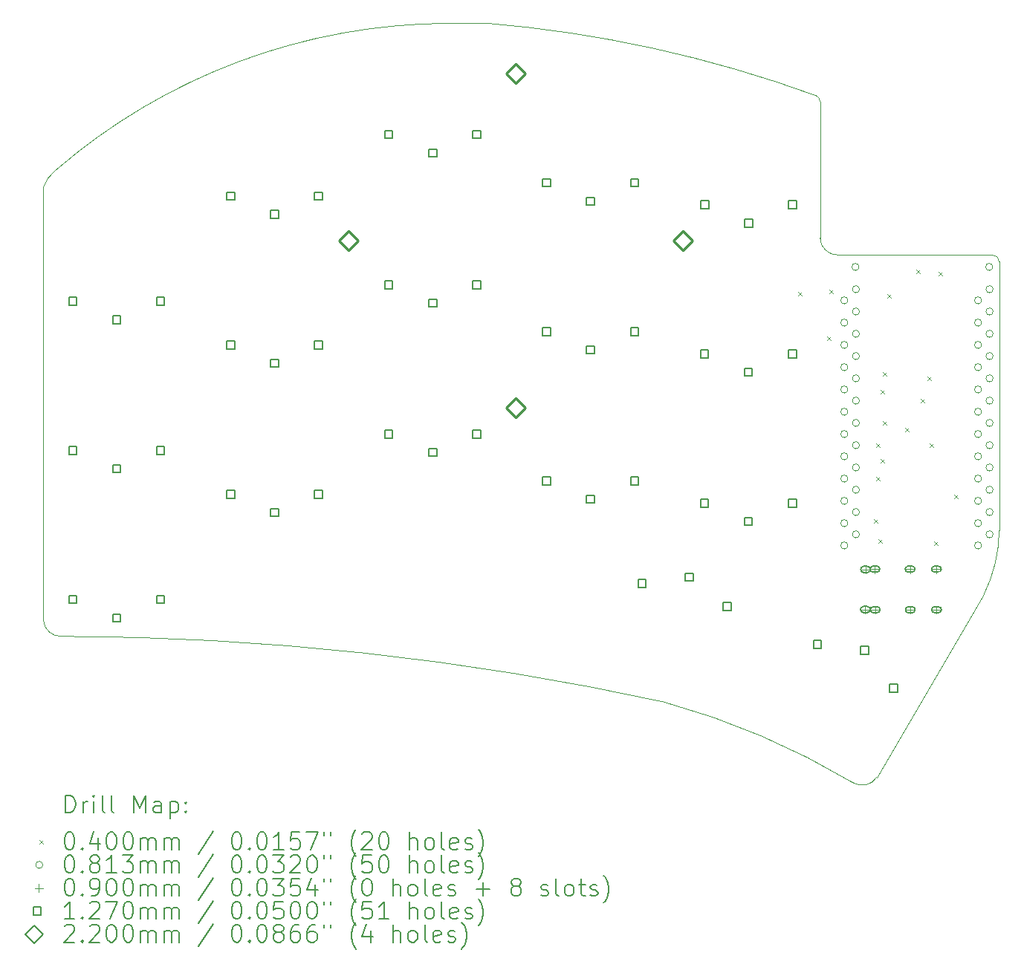
<source format=gbr>
%FSLAX45Y45*%
G04 Gerber Fmt 4.5, Leading zero omitted, Abs format (unit mm)*
G04 Created by KiCad (PCBNEW 6.99.0-a9ca49a600~144~ubuntu20.04.1) date 2022-01-03 10:19:23*
%MOMM*%
%LPD*%
G01*
G04 APERTURE LIST*
%TA.AperFunction,Profile*%
%ADD10C,0.050000*%
%TD*%
%ADD11C,0.200000*%
%ADD12C,0.040000*%
%ADD13C,0.081280*%
%ADD14C,0.090000*%
%ADD15C,0.127000*%
%ADD16C,0.220000*%
G04 APERTURE END LIST*
D10*
X12764700Y-6985000D02*
X12763500Y-7598785D01*
X12763500Y-6248400D02*
X12764700Y-6985000D01*
X6929178Y-1820068D02*
X6509039Y-1820614D01*
X12588830Y-8331200D02*
G75*
G03*
X12763500Y-7598785I-1502716J745410D01*
G01*
X12588830Y-8331200D02*
X11367000Y-10414927D01*
X6509039Y-1820614D02*
G75*
G03*
X2011700Y-3496300I0J-6873000D01*
G01*
X10925700Y-4461492D02*
X12688500Y-4461200D01*
X10722200Y-4268400D02*
X10722205Y-2713742D01*
X12763500Y-4536200D02*
X12763500Y-6248400D01*
X1873025Y-8624502D02*
G75*
G03*
X2076800Y-8808112I197800J14642D01*
G01*
X8940913Y-9556195D02*
G75*
G03*
X2076800Y-8808112I-6921917J-31647551D01*
G01*
X11093800Y-10474800D02*
G75*
G03*
X11367000Y-10414927I107000J165000D01*
G01*
X10678729Y-2645689D02*
G75*
G03*
X6929178Y-1820068I-4944285J-13527341D01*
G01*
X10722200Y-4268400D02*
G75*
G03*
X10925700Y-4461492I200000J7000D01*
G01*
X2011700Y-3496300D02*
G75*
G03*
X1869005Y-3697670I244500J-324500D01*
G01*
X11093800Y-10474800D02*
G75*
G03*
X8940913Y-9556195I-4431600J-7404000D01*
G01*
X10722205Y-2713742D02*
G75*
G03*
X10678729Y-2645689I-75000J0D01*
G01*
X1869005Y-3697670D02*
X1873025Y-8624502D01*
X12763500Y-4536200D02*
G75*
G03*
X12688500Y-4461200I-75000J0D01*
G01*
D11*
D12*
X10470200Y-4882200D02*
X10510200Y-4922200D01*
X10510200Y-4882200D02*
X10470200Y-4922200D01*
X10800400Y-5390200D02*
X10840400Y-5430200D01*
X10840400Y-5390200D02*
X10800400Y-5430200D01*
X10825800Y-4856800D02*
X10865800Y-4896800D01*
X10865800Y-4856800D02*
X10825800Y-4896800D01*
X11333800Y-7473000D02*
X11373800Y-7513000D01*
X11373800Y-7473000D02*
X11333800Y-7513000D01*
X11359200Y-6609400D02*
X11399200Y-6649400D01*
X11399200Y-6609400D02*
X11359200Y-6649400D01*
X11359200Y-6990400D02*
X11399200Y-7030400D01*
X11399200Y-6990400D02*
X11359200Y-7030400D01*
X11384600Y-7701600D02*
X11424600Y-7741600D01*
X11424600Y-7701600D02*
X11384600Y-7741600D01*
X11410000Y-5999800D02*
X11450000Y-6039800D01*
X11450000Y-5999800D02*
X11410000Y-6039800D01*
X11410000Y-6787200D02*
X11450000Y-6827200D01*
X11450000Y-6787200D02*
X11410000Y-6827200D01*
X11435400Y-5796600D02*
X11475400Y-5836600D01*
X11475400Y-5796600D02*
X11435400Y-5836600D01*
X11435400Y-6355400D02*
X11475400Y-6395400D01*
X11475400Y-6355400D02*
X11435400Y-6395400D01*
X11486200Y-4907600D02*
X11526200Y-4947600D01*
X11526200Y-4907600D02*
X11486200Y-4947600D01*
X11689400Y-6431600D02*
X11729400Y-6471600D01*
X11729400Y-6431600D02*
X11689400Y-6471600D01*
X11816400Y-4628200D02*
X11856400Y-4668200D01*
X11856400Y-4628200D02*
X11816400Y-4668200D01*
X11867200Y-6101400D02*
X11907200Y-6141400D01*
X11907200Y-6101400D02*
X11867200Y-6141400D01*
X11943400Y-5847400D02*
X11983400Y-5887400D01*
X11983400Y-5847400D02*
X11943400Y-5887400D01*
X11968800Y-6609400D02*
X12008800Y-6649400D01*
X12008800Y-6609400D02*
X11968800Y-6649400D01*
X12019600Y-7727000D02*
X12059600Y-7767000D01*
X12059600Y-7727000D02*
X12019600Y-7767000D01*
X12070400Y-4653600D02*
X12110400Y-4693600D01*
X12110400Y-4653600D02*
X12070400Y-4693600D01*
X12248200Y-7193600D02*
X12288200Y-7233600D01*
X12288200Y-7193600D02*
X12248200Y-7233600D01*
D13*
X11038840Y-4978400D02*
G75*
G03*
X11038840Y-4978400I-40640J0D01*
G01*
X11038840Y-5232400D02*
G75*
G03*
X11038840Y-5232400I-40640J0D01*
G01*
X11038840Y-5486400D02*
G75*
G03*
X11038840Y-5486400I-40640J0D01*
G01*
X11038840Y-5740400D02*
G75*
G03*
X11038840Y-5740400I-40640J0D01*
G01*
X11038840Y-5994400D02*
G75*
G03*
X11038840Y-5994400I-40640J0D01*
G01*
X11038840Y-6248400D02*
G75*
G03*
X11038840Y-6248400I-40640J0D01*
G01*
X11038840Y-6502400D02*
G75*
G03*
X11038840Y-6502400I-40640J0D01*
G01*
X11038840Y-6756400D02*
G75*
G03*
X11038840Y-6756400I-40640J0D01*
G01*
X11038840Y-7010400D02*
G75*
G03*
X11038840Y-7010400I-40640J0D01*
G01*
X11038840Y-7264400D02*
G75*
G03*
X11038840Y-7264400I-40640J0D01*
G01*
X11038840Y-7518400D02*
G75*
G03*
X11038840Y-7518400I-40640J0D01*
G01*
X11038840Y-7772400D02*
G75*
G03*
X11038840Y-7772400I-40640J0D01*
G01*
X11165840Y-4597400D02*
G75*
G03*
X11165840Y-4597400I-40640J0D01*
G01*
X11171480Y-4851400D02*
G75*
G03*
X11171480Y-4851400I-40640J0D01*
G01*
X11171480Y-5105400D02*
G75*
G03*
X11171480Y-5105400I-40640J0D01*
G01*
X11171480Y-5359400D02*
G75*
G03*
X11171480Y-5359400I-40640J0D01*
G01*
X11171480Y-5613400D02*
G75*
G03*
X11171480Y-5613400I-40640J0D01*
G01*
X11171480Y-5867400D02*
G75*
G03*
X11171480Y-5867400I-40640J0D01*
G01*
X11171480Y-6121400D02*
G75*
G03*
X11171480Y-6121400I-40640J0D01*
G01*
X11171480Y-6375400D02*
G75*
G03*
X11171480Y-6375400I-40640J0D01*
G01*
X11171480Y-6629400D02*
G75*
G03*
X11171480Y-6629400I-40640J0D01*
G01*
X11171480Y-6883400D02*
G75*
G03*
X11171480Y-6883400I-40640J0D01*
G01*
X11171480Y-7137400D02*
G75*
G03*
X11171480Y-7137400I-40640J0D01*
G01*
X11171480Y-7391400D02*
G75*
G03*
X11171480Y-7391400I-40640J0D01*
G01*
X11171480Y-7645400D02*
G75*
G03*
X11171480Y-7645400I-40640J0D01*
G01*
X12562840Y-4978400D02*
G75*
G03*
X12562840Y-4978400I-40640J0D01*
G01*
X12562840Y-5232400D02*
G75*
G03*
X12562840Y-5232400I-40640J0D01*
G01*
X12562840Y-5486400D02*
G75*
G03*
X12562840Y-5486400I-40640J0D01*
G01*
X12562840Y-5740400D02*
G75*
G03*
X12562840Y-5740400I-40640J0D01*
G01*
X12562840Y-5994400D02*
G75*
G03*
X12562840Y-5994400I-40640J0D01*
G01*
X12562840Y-6248400D02*
G75*
G03*
X12562840Y-6248400I-40640J0D01*
G01*
X12562840Y-6502400D02*
G75*
G03*
X12562840Y-6502400I-40640J0D01*
G01*
X12562840Y-6756400D02*
G75*
G03*
X12562840Y-6756400I-40640J0D01*
G01*
X12562840Y-7010400D02*
G75*
G03*
X12562840Y-7010400I-40640J0D01*
G01*
X12562840Y-7264400D02*
G75*
G03*
X12562840Y-7264400I-40640J0D01*
G01*
X12562840Y-7518400D02*
G75*
G03*
X12562840Y-7518400I-40640J0D01*
G01*
X12562840Y-7772400D02*
G75*
G03*
X12562840Y-7772400I-40640J0D01*
G01*
X12689840Y-4597400D02*
G75*
G03*
X12689840Y-4597400I-40640J0D01*
G01*
X12693480Y-4851400D02*
G75*
G03*
X12693480Y-4851400I-40640J0D01*
G01*
X12693480Y-5105400D02*
G75*
G03*
X12693480Y-5105400I-40640J0D01*
G01*
X12693480Y-5359400D02*
G75*
G03*
X12693480Y-5359400I-40640J0D01*
G01*
X12693480Y-5613400D02*
G75*
G03*
X12693480Y-5613400I-40640J0D01*
G01*
X12693480Y-5867400D02*
G75*
G03*
X12693480Y-5867400I-40640J0D01*
G01*
X12693480Y-6121400D02*
G75*
G03*
X12693480Y-6121400I-40640J0D01*
G01*
X12693480Y-6375400D02*
G75*
G03*
X12693480Y-6375400I-40640J0D01*
G01*
X12693480Y-6629400D02*
G75*
G03*
X12693480Y-6629400I-40640J0D01*
G01*
X12693480Y-6883400D02*
G75*
G03*
X12693480Y-6883400I-40640J0D01*
G01*
X12693480Y-7137400D02*
G75*
G03*
X12693480Y-7137400I-40640J0D01*
G01*
X12693480Y-7391400D02*
G75*
G03*
X12693480Y-7391400I-40640J0D01*
G01*
X12693480Y-7645400D02*
G75*
G03*
X12693480Y-7645400I-40640J0D01*
G01*
D14*
X11237800Y-8457000D02*
X11237800Y-8547000D01*
X11192800Y-8502000D02*
X11282800Y-8502000D01*
D11*
X11217800Y-8537000D02*
X11257800Y-8537000D01*
X11217800Y-8467000D02*
X11257800Y-8467000D01*
X11257800Y-8537000D02*
G75*
G03*
X11257800Y-8467000I0J35000D01*
G01*
X11217800Y-8467000D02*
G75*
G03*
X11217800Y-8537000I0J-35000D01*
G01*
D14*
X11239800Y-8000000D02*
X11239800Y-8090000D01*
X11194800Y-8045000D02*
X11284800Y-8045000D01*
D11*
X11259800Y-8010000D02*
X11219800Y-8010000D01*
X11259800Y-8080000D02*
X11219800Y-8080000D01*
X11219800Y-8010000D02*
G75*
G03*
X11219800Y-8080000I0J-35000D01*
G01*
X11259800Y-8080000D02*
G75*
G03*
X11259800Y-8010000I0J35000D01*
G01*
D14*
X11347800Y-7997000D02*
X11347800Y-8087000D01*
X11302800Y-8042000D02*
X11392800Y-8042000D01*
D11*
X11327800Y-8077000D02*
X11367800Y-8077000D01*
X11327800Y-8007000D02*
X11367800Y-8007000D01*
X11367800Y-8077000D02*
G75*
G03*
X11367800Y-8007000I0J35000D01*
G01*
X11327800Y-8007000D02*
G75*
G03*
X11327800Y-8077000I0J-35000D01*
G01*
D14*
X11349800Y-8460000D02*
X11349800Y-8550000D01*
X11304800Y-8505000D02*
X11394800Y-8505000D01*
D11*
X11369800Y-8470000D02*
X11329800Y-8470000D01*
X11369800Y-8540000D02*
X11329800Y-8540000D01*
X11329800Y-8470000D02*
G75*
G03*
X11329800Y-8540000I0J-35000D01*
G01*
X11369800Y-8540000D02*
G75*
G03*
X11369800Y-8470000I0J35000D01*
G01*
D14*
X11747800Y-7997000D02*
X11747800Y-8087000D01*
X11702800Y-8042000D02*
X11792800Y-8042000D01*
D11*
X11727800Y-8077000D02*
X11767800Y-8077000D01*
X11727800Y-8007000D02*
X11767800Y-8007000D01*
X11767800Y-8077000D02*
G75*
G03*
X11767800Y-8007000I0J35000D01*
G01*
X11727800Y-8007000D02*
G75*
G03*
X11727800Y-8077000I0J-35000D01*
G01*
D14*
X11749800Y-8460000D02*
X11749800Y-8550000D01*
X11704800Y-8505000D02*
X11794800Y-8505000D01*
D11*
X11769800Y-8470000D02*
X11729800Y-8470000D01*
X11769800Y-8540000D02*
X11729800Y-8540000D01*
X11729800Y-8470000D02*
G75*
G03*
X11729800Y-8540000I0J-35000D01*
G01*
X11769800Y-8540000D02*
G75*
G03*
X11769800Y-8470000I0J35000D01*
G01*
D14*
X12047800Y-7997000D02*
X12047800Y-8087000D01*
X12002800Y-8042000D02*
X12092800Y-8042000D01*
D11*
X12027800Y-8077000D02*
X12067800Y-8077000D01*
X12027800Y-8007000D02*
X12067800Y-8007000D01*
X12067800Y-8077000D02*
G75*
G03*
X12067800Y-8007000I0J35000D01*
G01*
X12027800Y-8007000D02*
G75*
G03*
X12027800Y-8077000I0J-35000D01*
G01*
D14*
X12049800Y-8460000D02*
X12049800Y-8550000D01*
X12004800Y-8505000D02*
X12094800Y-8505000D01*
D11*
X12069800Y-8470000D02*
X12029800Y-8470000D01*
X12069800Y-8540000D02*
X12029800Y-8540000D01*
X12029800Y-8470000D02*
G75*
G03*
X12029800Y-8540000I0J-35000D01*
G01*
X12069800Y-8540000D02*
G75*
G03*
X12069800Y-8470000I0J35000D01*
G01*
D15*
X2252902Y-5032902D02*
X2252902Y-4943098D01*
X2163098Y-4943098D01*
X2163098Y-5032902D01*
X2252902Y-5032902D01*
X2252902Y-6732902D02*
X2252902Y-6643098D01*
X2163098Y-6643098D01*
X2163098Y-6732902D01*
X2252902Y-6732902D01*
X2252902Y-8432902D02*
X2252902Y-8343098D01*
X2163098Y-8343098D01*
X2163098Y-8432902D01*
X2252902Y-8432902D01*
X2752902Y-5242902D02*
X2752902Y-5153098D01*
X2663098Y-5153098D01*
X2663098Y-5242902D01*
X2752902Y-5242902D01*
X2752902Y-6942902D02*
X2752902Y-6853098D01*
X2663098Y-6853098D01*
X2663098Y-6942902D01*
X2752902Y-6942902D01*
X2752902Y-8642902D02*
X2752902Y-8553098D01*
X2663098Y-8553098D01*
X2663098Y-8642902D01*
X2752902Y-8642902D01*
X3252902Y-5032902D02*
X3252902Y-4943098D01*
X3163098Y-4943098D01*
X3163098Y-5032902D01*
X3252902Y-5032902D01*
X3252902Y-6732902D02*
X3252902Y-6643098D01*
X3163098Y-6643098D01*
X3163098Y-6732902D01*
X3252902Y-6732902D01*
X3252902Y-8432902D02*
X3252902Y-8343098D01*
X3163098Y-8343098D01*
X3163098Y-8432902D01*
X3252902Y-8432902D01*
X4052902Y-3832902D02*
X4052902Y-3743098D01*
X3963098Y-3743098D01*
X3963098Y-3832902D01*
X4052902Y-3832902D01*
X4052902Y-5530302D02*
X4052902Y-5440498D01*
X3963098Y-5440498D01*
X3963098Y-5530302D01*
X4052902Y-5530302D01*
X4052902Y-7232102D02*
X4052902Y-7142298D01*
X3963098Y-7142298D01*
X3963098Y-7232102D01*
X4052902Y-7232102D01*
X4552902Y-4042902D02*
X4552902Y-3953098D01*
X4463098Y-3953098D01*
X4463098Y-4042902D01*
X4552902Y-4042902D01*
X4552902Y-5740302D02*
X4552902Y-5650498D01*
X4463098Y-5650498D01*
X4463098Y-5740302D01*
X4552902Y-5740302D01*
X4552902Y-7442102D02*
X4552902Y-7352298D01*
X4463098Y-7352298D01*
X4463098Y-7442102D01*
X4552902Y-7442102D01*
X5052902Y-3832902D02*
X5052902Y-3743098D01*
X4963098Y-3743098D01*
X4963098Y-3832902D01*
X5052902Y-3832902D01*
X5052902Y-5530302D02*
X5052902Y-5440498D01*
X4963098Y-5440498D01*
X4963098Y-5530302D01*
X5052902Y-5530302D01*
X5052902Y-7232102D02*
X5052902Y-7142298D01*
X4963098Y-7142298D01*
X4963098Y-7232102D01*
X5052902Y-7232102D01*
X5852902Y-3132902D02*
X5852902Y-3043098D01*
X5763098Y-3043098D01*
X5763098Y-3132902D01*
X5852902Y-3132902D01*
X5852902Y-4844502D02*
X5852902Y-4754698D01*
X5763098Y-4754698D01*
X5763098Y-4844502D01*
X5852902Y-4844502D01*
X5852902Y-6546302D02*
X5852902Y-6456498D01*
X5763098Y-6456498D01*
X5763098Y-6546302D01*
X5852902Y-6546302D01*
X6352902Y-3342902D02*
X6352902Y-3253098D01*
X6263098Y-3253098D01*
X6263098Y-3342902D01*
X6352902Y-3342902D01*
X6352902Y-5054502D02*
X6352902Y-4964698D01*
X6263098Y-4964698D01*
X6263098Y-5054502D01*
X6352902Y-5054502D01*
X6352902Y-6756302D02*
X6352902Y-6666498D01*
X6263098Y-6666498D01*
X6263098Y-6756302D01*
X6352902Y-6756302D01*
X6852902Y-3132902D02*
X6852902Y-3043098D01*
X6763098Y-3043098D01*
X6763098Y-3132902D01*
X6852902Y-3132902D01*
X6852902Y-4844502D02*
X6852902Y-4754698D01*
X6763098Y-4754698D01*
X6763098Y-4844502D01*
X6852902Y-4844502D01*
X6852902Y-6546302D02*
X6852902Y-6456498D01*
X6763098Y-6456498D01*
X6763098Y-6546302D01*
X6852902Y-6546302D01*
X7652902Y-3682902D02*
X7652902Y-3593098D01*
X7563098Y-3593098D01*
X7563098Y-3682902D01*
X7652902Y-3682902D01*
X7652902Y-5377902D02*
X7652902Y-5288098D01*
X7563098Y-5288098D01*
X7563098Y-5377902D01*
X7652902Y-5377902D01*
X7652902Y-7079702D02*
X7652902Y-6989898D01*
X7563098Y-6989898D01*
X7563098Y-7079702D01*
X7652902Y-7079702D01*
X8152902Y-3892902D02*
X8152902Y-3803098D01*
X8063098Y-3803098D01*
X8063098Y-3892902D01*
X8152902Y-3892902D01*
X8152902Y-5587902D02*
X8152902Y-5498098D01*
X8063098Y-5498098D01*
X8063098Y-5587902D01*
X8152902Y-5587902D01*
X8152902Y-7289702D02*
X8152902Y-7199898D01*
X8063098Y-7199898D01*
X8063098Y-7289702D01*
X8152902Y-7289702D01*
X8652902Y-3682902D02*
X8652902Y-3593098D01*
X8563098Y-3593098D01*
X8563098Y-3682902D01*
X8652902Y-3682902D01*
X8652902Y-5377902D02*
X8652902Y-5288098D01*
X8563098Y-5288098D01*
X8563098Y-5377902D01*
X8652902Y-5377902D01*
X8652902Y-7079702D02*
X8652902Y-6989898D01*
X8563098Y-6989898D01*
X8563098Y-7079702D01*
X8652902Y-7079702D01*
X8739890Y-8251440D02*
X8739890Y-8161637D01*
X8650087Y-8161637D01*
X8650087Y-8251440D01*
X8739890Y-8251440D01*
X9277205Y-8178005D02*
X9277205Y-8088202D01*
X9187402Y-8088202D01*
X9187402Y-8178005D01*
X9277205Y-8178005D01*
X9450902Y-5631902D02*
X9450902Y-5542098D01*
X9361098Y-5542098D01*
X9361098Y-5631902D01*
X9450902Y-5631902D01*
X9450902Y-7333702D02*
X9450902Y-7243898D01*
X9361098Y-7243898D01*
X9361098Y-7333702D01*
X9450902Y-7333702D01*
X9452902Y-3932902D02*
X9452902Y-3843098D01*
X9363098Y-3843098D01*
X9363098Y-3932902D01*
X9452902Y-3932902D01*
X9705816Y-8510259D02*
X9705816Y-8420456D01*
X9616013Y-8420456D01*
X9616013Y-8510259D01*
X9705816Y-8510259D01*
X9950902Y-5841902D02*
X9950902Y-5752098D01*
X9861098Y-5752098D01*
X9861098Y-5841902D01*
X9950902Y-5841902D01*
X9950902Y-7543702D02*
X9950902Y-7453898D01*
X9861098Y-7453898D01*
X9861098Y-7543702D01*
X9950902Y-7543702D01*
X9952902Y-4142902D02*
X9952902Y-4053098D01*
X9863098Y-4053098D01*
X9863098Y-4142902D01*
X9952902Y-4142902D01*
X10450902Y-5631902D02*
X10450902Y-5542098D01*
X10361098Y-5542098D01*
X10361098Y-5631902D01*
X10450902Y-5631902D01*
X10450902Y-7333702D02*
X10450902Y-7243898D01*
X10361098Y-7243898D01*
X10361098Y-7333702D01*
X10450902Y-7333702D01*
X10452902Y-3932902D02*
X10452902Y-3843098D01*
X10363098Y-3843098D01*
X10363098Y-3932902D01*
X10452902Y-3932902D01*
X10737489Y-8943812D02*
X10737489Y-8854009D01*
X10647686Y-8854009D01*
X10647686Y-8943812D01*
X10737489Y-8943812D01*
X11275502Y-9011947D02*
X11275502Y-8922143D01*
X11185698Y-8922143D01*
X11185698Y-9011947D01*
X11275502Y-9011947D01*
X11603514Y-9443812D02*
X11603514Y-9354009D01*
X11513711Y-9354009D01*
X11513711Y-9443812D01*
X11603514Y-9443812D01*
D16*
X5353000Y-4408000D02*
X5463000Y-4298000D01*
X5353000Y-4188000D01*
X5243000Y-4298000D01*
X5353000Y-4408000D01*
X7258000Y-2503000D02*
X7368000Y-2393000D01*
X7258000Y-2283000D01*
X7148000Y-2393000D01*
X7258000Y-2503000D01*
X7258000Y-6313000D02*
X7368000Y-6203000D01*
X7258000Y-6093000D01*
X7148000Y-6203000D01*
X7258000Y-6313000D01*
X9163000Y-4408000D02*
X9273000Y-4298000D01*
X9163000Y-4188000D01*
X9053000Y-4298000D01*
X9163000Y-4408000D01*
D11*
X2124125Y-10819433D02*
X2124125Y-10619433D01*
X2171744Y-10619433D01*
X2200315Y-10628957D01*
X2219363Y-10648005D01*
X2228886Y-10667052D01*
X2238410Y-10705148D01*
X2238410Y-10733719D01*
X2228886Y-10771814D01*
X2219363Y-10790862D01*
X2200315Y-10809909D01*
X2171744Y-10819433D01*
X2124125Y-10819433D01*
X2324125Y-10819433D02*
X2324125Y-10686100D01*
X2324125Y-10724195D02*
X2333648Y-10705148D01*
X2343172Y-10695624D01*
X2362220Y-10686100D01*
X2381267Y-10686100D01*
X2447934Y-10819433D02*
X2447934Y-10686100D01*
X2447934Y-10619433D02*
X2438410Y-10628957D01*
X2447934Y-10638481D01*
X2457458Y-10628957D01*
X2447934Y-10619433D01*
X2447934Y-10638481D01*
X2571744Y-10819433D02*
X2552696Y-10809909D01*
X2543172Y-10790862D01*
X2543172Y-10619433D01*
X2676506Y-10819433D02*
X2657458Y-10809909D01*
X2647934Y-10790862D01*
X2647934Y-10619433D01*
X2905077Y-10819433D02*
X2905077Y-10619433D01*
X2971743Y-10762290D01*
X3038410Y-10619433D01*
X3038410Y-10819433D01*
X3219363Y-10819433D02*
X3219363Y-10714671D01*
X3209839Y-10695624D01*
X3190791Y-10686100D01*
X3152696Y-10686100D01*
X3133648Y-10695624D01*
X3219363Y-10809909D02*
X3200315Y-10819433D01*
X3152696Y-10819433D01*
X3133648Y-10809909D01*
X3124124Y-10790862D01*
X3124124Y-10771814D01*
X3133648Y-10752767D01*
X3152696Y-10743243D01*
X3200315Y-10743243D01*
X3219363Y-10733719D01*
X3314601Y-10686100D02*
X3314601Y-10886100D01*
X3314601Y-10695624D02*
X3333648Y-10686100D01*
X3371743Y-10686100D01*
X3390791Y-10695624D01*
X3400315Y-10705148D01*
X3409839Y-10724195D01*
X3409839Y-10781338D01*
X3400315Y-10800386D01*
X3390791Y-10809909D01*
X3371743Y-10819433D01*
X3333648Y-10819433D01*
X3314601Y-10809909D01*
X3495553Y-10800386D02*
X3505077Y-10809909D01*
X3495553Y-10819433D01*
X3486029Y-10809909D01*
X3495553Y-10800386D01*
X3495553Y-10819433D01*
X3495553Y-10695624D02*
X3505077Y-10705148D01*
X3495553Y-10714671D01*
X3486029Y-10705148D01*
X3495553Y-10695624D01*
X3495553Y-10714671D01*
D12*
X1826505Y-11128957D02*
X1866505Y-11168957D01*
X1866505Y-11128957D02*
X1826505Y-11168957D01*
D11*
X2162220Y-11039433D02*
X2181267Y-11039433D01*
X2200315Y-11048957D01*
X2209839Y-11058481D01*
X2219363Y-11077529D01*
X2228886Y-11115624D01*
X2228886Y-11163243D01*
X2219363Y-11201338D01*
X2209839Y-11220386D01*
X2200315Y-11229909D01*
X2181267Y-11239433D01*
X2162220Y-11239433D01*
X2143172Y-11229909D01*
X2133648Y-11220386D01*
X2124125Y-11201338D01*
X2114601Y-11163243D01*
X2114601Y-11115624D01*
X2124125Y-11077529D01*
X2133648Y-11058481D01*
X2143172Y-11048957D01*
X2162220Y-11039433D01*
X2314601Y-11220386D02*
X2324125Y-11229909D01*
X2314601Y-11239433D01*
X2305077Y-11229909D01*
X2314601Y-11220386D01*
X2314601Y-11239433D01*
X2495553Y-11106100D02*
X2495553Y-11239433D01*
X2447934Y-11029909D02*
X2400315Y-11172767D01*
X2524125Y-11172767D01*
X2638410Y-11039433D02*
X2657458Y-11039433D01*
X2676506Y-11048957D01*
X2686029Y-11058481D01*
X2695553Y-11077529D01*
X2705077Y-11115624D01*
X2705077Y-11163243D01*
X2695553Y-11201338D01*
X2686029Y-11220386D01*
X2676506Y-11229909D01*
X2657458Y-11239433D01*
X2638410Y-11239433D01*
X2619363Y-11229909D01*
X2609839Y-11220386D01*
X2600315Y-11201338D01*
X2590791Y-11163243D01*
X2590791Y-11115624D01*
X2600315Y-11077529D01*
X2609839Y-11058481D01*
X2619363Y-11048957D01*
X2638410Y-11039433D01*
X2828886Y-11039433D02*
X2847934Y-11039433D01*
X2866982Y-11048957D01*
X2876505Y-11058481D01*
X2886029Y-11077529D01*
X2895553Y-11115624D01*
X2895553Y-11163243D01*
X2886029Y-11201338D01*
X2876505Y-11220386D01*
X2866982Y-11229909D01*
X2847934Y-11239433D01*
X2828886Y-11239433D01*
X2809839Y-11229909D01*
X2800315Y-11220386D01*
X2790791Y-11201338D01*
X2781267Y-11163243D01*
X2781267Y-11115624D01*
X2790791Y-11077529D01*
X2800315Y-11058481D01*
X2809839Y-11048957D01*
X2828886Y-11039433D01*
X2981267Y-11239433D02*
X2981267Y-11106100D01*
X2981267Y-11125148D02*
X2990791Y-11115624D01*
X3009839Y-11106100D01*
X3038410Y-11106100D01*
X3057458Y-11115624D01*
X3066982Y-11134671D01*
X3066982Y-11239433D01*
X3066982Y-11134671D02*
X3076505Y-11115624D01*
X3095553Y-11106100D01*
X3124124Y-11106100D01*
X3143172Y-11115624D01*
X3152696Y-11134671D01*
X3152696Y-11239433D01*
X3247934Y-11239433D02*
X3247934Y-11106100D01*
X3247934Y-11125148D02*
X3257458Y-11115624D01*
X3276505Y-11106100D01*
X3305077Y-11106100D01*
X3324124Y-11115624D01*
X3333648Y-11134671D01*
X3333648Y-11239433D01*
X3333648Y-11134671D02*
X3343172Y-11115624D01*
X3362220Y-11106100D01*
X3390791Y-11106100D01*
X3409839Y-11115624D01*
X3419363Y-11134671D01*
X3419363Y-11239433D01*
X3809839Y-11029909D02*
X3638410Y-11287052D01*
X4066982Y-11039433D02*
X4086029Y-11039433D01*
X4105077Y-11048957D01*
X4114601Y-11058481D01*
X4124124Y-11077529D01*
X4133648Y-11115624D01*
X4133648Y-11163243D01*
X4124124Y-11201338D01*
X4114601Y-11220386D01*
X4105077Y-11229909D01*
X4086029Y-11239433D01*
X4066982Y-11239433D01*
X4047934Y-11229909D01*
X4038410Y-11220386D01*
X4028886Y-11201338D01*
X4019363Y-11163243D01*
X4019363Y-11115624D01*
X4028886Y-11077529D01*
X4038410Y-11058481D01*
X4047934Y-11048957D01*
X4066982Y-11039433D01*
X4219363Y-11220386D02*
X4228886Y-11229909D01*
X4219363Y-11239433D01*
X4209839Y-11229909D01*
X4219363Y-11220386D01*
X4219363Y-11239433D01*
X4352696Y-11039433D02*
X4371744Y-11039433D01*
X4390791Y-11048957D01*
X4400315Y-11058481D01*
X4409839Y-11077529D01*
X4419363Y-11115624D01*
X4419363Y-11163243D01*
X4409839Y-11201338D01*
X4400315Y-11220386D01*
X4390791Y-11229909D01*
X4371744Y-11239433D01*
X4352696Y-11239433D01*
X4333648Y-11229909D01*
X4324125Y-11220386D01*
X4314601Y-11201338D01*
X4305077Y-11163243D01*
X4305077Y-11115624D01*
X4314601Y-11077529D01*
X4324125Y-11058481D01*
X4333648Y-11048957D01*
X4352696Y-11039433D01*
X4609839Y-11239433D02*
X4495553Y-11239433D01*
X4552696Y-11239433D02*
X4552696Y-11039433D01*
X4533648Y-11068005D01*
X4514601Y-11087052D01*
X4495553Y-11096576D01*
X4790791Y-11039433D02*
X4695553Y-11039433D01*
X4686029Y-11134671D01*
X4695553Y-11125148D01*
X4714601Y-11115624D01*
X4762220Y-11115624D01*
X4781267Y-11125148D01*
X4790791Y-11134671D01*
X4800315Y-11153719D01*
X4800315Y-11201338D01*
X4790791Y-11220386D01*
X4781267Y-11229909D01*
X4762220Y-11239433D01*
X4714601Y-11239433D01*
X4695553Y-11229909D01*
X4686029Y-11220386D01*
X4866982Y-11039433D02*
X5000315Y-11039433D01*
X4914601Y-11239433D01*
X5066982Y-11039433D02*
X5066982Y-11077529D01*
X5143172Y-11039433D02*
X5143172Y-11077529D01*
X5438410Y-11315624D02*
X5428886Y-11306100D01*
X5409839Y-11277528D01*
X5400315Y-11258481D01*
X5390791Y-11229909D01*
X5381267Y-11182290D01*
X5381267Y-11144195D01*
X5390791Y-11096576D01*
X5400315Y-11068005D01*
X5409839Y-11048957D01*
X5428886Y-11020386D01*
X5438410Y-11010862D01*
X5505077Y-11058481D02*
X5514601Y-11048957D01*
X5533648Y-11039433D01*
X5581267Y-11039433D01*
X5600315Y-11048957D01*
X5609839Y-11058481D01*
X5619363Y-11077529D01*
X5619363Y-11096576D01*
X5609839Y-11125148D01*
X5495553Y-11239433D01*
X5619363Y-11239433D01*
X5743172Y-11039433D02*
X5762220Y-11039433D01*
X5781267Y-11048957D01*
X5790791Y-11058481D01*
X5800315Y-11077529D01*
X5809839Y-11115624D01*
X5809839Y-11163243D01*
X5800315Y-11201338D01*
X5790791Y-11220386D01*
X5781267Y-11229909D01*
X5762220Y-11239433D01*
X5743172Y-11239433D01*
X5724124Y-11229909D01*
X5714601Y-11220386D01*
X5705077Y-11201338D01*
X5695553Y-11163243D01*
X5695553Y-11115624D01*
X5705077Y-11077529D01*
X5714601Y-11058481D01*
X5724124Y-11048957D01*
X5743172Y-11039433D01*
X6047934Y-11239433D02*
X6047934Y-11039433D01*
X6133648Y-11239433D02*
X6133648Y-11134671D01*
X6124124Y-11115624D01*
X6105077Y-11106100D01*
X6076505Y-11106100D01*
X6057458Y-11115624D01*
X6047934Y-11125148D01*
X6257458Y-11239433D02*
X6238410Y-11229909D01*
X6228886Y-11220386D01*
X6219363Y-11201338D01*
X6219363Y-11144195D01*
X6228886Y-11125148D01*
X6238410Y-11115624D01*
X6257458Y-11106100D01*
X6286029Y-11106100D01*
X6305077Y-11115624D01*
X6314601Y-11125148D01*
X6324124Y-11144195D01*
X6324124Y-11201338D01*
X6314601Y-11220386D01*
X6305077Y-11229909D01*
X6286029Y-11239433D01*
X6257458Y-11239433D01*
X6438410Y-11239433D02*
X6419363Y-11229909D01*
X6409839Y-11210862D01*
X6409839Y-11039433D01*
X6590791Y-11229909D02*
X6571743Y-11239433D01*
X6533648Y-11239433D01*
X6514601Y-11229909D01*
X6505077Y-11210862D01*
X6505077Y-11134671D01*
X6514601Y-11115624D01*
X6533648Y-11106100D01*
X6571743Y-11106100D01*
X6590791Y-11115624D01*
X6600315Y-11134671D01*
X6600315Y-11153719D01*
X6505077Y-11172767D01*
X6676505Y-11229909D02*
X6695553Y-11239433D01*
X6733648Y-11239433D01*
X6752696Y-11229909D01*
X6762220Y-11210862D01*
X6762220Y-11201338D01*
X6752696Y-11182290D01*
X6733648Y-11172767D01*
X6705077Y-11172767D01*
X6686029Y-11163243D01*
X6676505Y-11144195D01*
X6676505Y-11134671D01*
X6686029Y-11115624D01*
X6705077Y-11106100D01*
X6733648Y-11106100D01*
X6752696Y-11115624D01*
X6828886Y-11315624D02*
X6838410Y-11306100D01*
X6857458Y-11277528D01*
X6866982Y-11258481D01*
X6876505Y-11229909D01*
X6886029Y-11182290D01*
X6886029Y-11144195D01*
X6876505Y-11096576D01*
X6866982Y-11068005D01*
X6857458Y-11048957D01*
X6838410Y-11020386D01*
X6828886Y-11010862D01*
D13*
X1866505Y-11412957D02*
G75*
G03*
X1866505Y-11412957I-40640J0D01*
G01*
D11*
X2162220Y-11303433D02*
X2181267Y-11303433D01*
X2200315Y-11312957D01*
X2209839Y-11322481D01*
X2219363Y-11341528D01*
X2228886Y-11379624D01*
X2228886Y-11427243D01*
X2219363Y-11465338D01*
X2209839Y-11484386D01*
X2200315Y-11493909D01*
X2181267Y-11503433D01*
X2162220Y-11503433D01*
X2143172Y-11493909D01*
X2133648Y-11484386D01*
X2124125Y-11465338D01*
X2114601Y-11427243D01*
X2114601Y-11379624D01*
X2124125Y-11341528D01*
X2133648Y-11322481D01*
X2143172Y-11312957D01*
X2162220Y-11303433D01*
X2314601Y-11484386D02*
X2324125Y-11493909D01*
X2314601Y-11503433D01*
X2305077Y-11493909D01*
X2314601Y-11484386D01*
X2314601Y-11503433D01*
X2438410Y-11389147D02*
X2419363Y-11379624D01*
X2409839Y-11370100D01*
X2400315Y-11351052D01*
X2400315Y-11341528D01*
X2409839Y-11322481D01*
X2419363Y-11312957D01*
X2438410Y-11303433D01*
X2476506Y-11303433D01*
X2495553Y-11312957D01*
X2505077Y-11322481D01*
X2514601Y-11341528D01*
X2514601Y-11351052D01*
X2505077Y-11370100D01*
X2495553Y-11379624D01*
X2476506Y-11389147D01*
X2438410Y-11389147D01*
X2419363Y-11398671D01*
X2409839Y-11408195D01*
X2400315Y-11427243D01*
X2400315Y-11465338D01*
X2409839Y-11484386D01*
X2419363Y-11493909D01*
X2438410Y-11503433D01*
X2476506Y-11503433D01*
X2495553Y-11493909D01*
X2505077Y-11484386D01*
X2514601Y-11465338D01*
X2514601Y-11427243D01*
X2505077Y-11408195D01*
X2495553Y-11398671D01*
X2476506Y-11389147D01*
X2705077Y-11503433D02*
X2590791Y-11503433D01*
X2647934Y-11503433D02*
X2647934Y-11303433D01*
X2628886Y-11332005D01*
X2609839Y-11351052D01*
X2590791Y-11360576D01*
X2771744Y-11303433D02*
X2895553Y-11303433D01*
X2828886Y-11379624D01*
X2857458Y-11379624D01*
X2876505Y-11389147D01*
X2886029Y-11398671D01*
X2895553Y-11417719D01*
X2895553Y-11465338D01*
X2886029Y-11484386D01*
X2876505Y-11493909D01*
X2857458Y-11503433D01*
X2800315Y-11503433D01*
X2781267Y-11493909D01*
X2771744Y-11484386D01*
X2981267Y-11503433D02*
X2981267Y-11370100D01*
X2981267Y-11389147D02*
X2990791Y-11379624D01*
X3009839Y-11370100D01*
X3038410Y-11370100D01*
X3057458Y-11379624D01*
X3066982Y-11398671D01*
X3066982Y-11503433D01*
X3066982Y-11398671D02*
X3076505Y-11379624D01*
X3095553Y-11370100D01*
X3124124Y-11370100D01*
X3143172Y-11379624D01*
X3152696Y-11398671D01*
X3152696Y-11503433D01*
X3247934Y-11503433D02*
X3247934Y-11370100D01*
X3247934Y-11389147D02*
X3257458Y-11379624D01*
X3276505Y-11370100D01*
X3305077Y-11370100D01*
X3324124Y-11379624D01*
X3333648Y-11398671D01*
X3333648Y-11503433D01*
X3333648Y-11398671D02*
X3343172Y-11379624D01*
X3362220Y-11370100D01*
X3390791Y-11370100D01*
X3409839Y-11379624D01*
X3419363Y-11398671D01*
X3419363Y-11503433D01*
X3809839Y-11293909D02*
X3638410Y-11551052D01*
X4066982Y-11303433D02*
X4086029Y-11303433D01*
X4105077Y-11312957D01*
X4114601Y-11322481D01*
X4124124Y-11341528D01*
X4133648Y-11379624D01*
X4133648Y-11427243D01*
X4124124Y-11465338D01*
X4114601Y-11484386D01*
X4105077Y-11493909D01*
X4086029Y-11503433D01*
X4066982Y-11503433D01*
X4047934Y-11493909D01*
X4038410Y-11484386D01*
X4028886Y-11465338D01*
X4019363Y-11427243D01*
X4019363Y-11379624D01*
X4028886Y-11341528D01*
X4038410Y-11322481D01*
X4047934Y-11312957D01*
X4066982Y-11303433D01*
X4219363Y-11484386D02*
X4228886Y-11493909D01*
X4219363Y-11503433D01*
X4209839Y-11493909D01*
X4219363Y-11484386D01*
X4219363Y-11503433D01*
X4352696Y-11303433D02*
X4371744Y-11303433D01*
X4390791Y-11312957D01*
X4400315Y-11322481D01*
X4409839Y-11341528D01*
X4419363Y-11379624D01*
X4419363Y-11427243D01*
X4409839Y-11465338D01*
X4400315Y-11484386D01*
X4390791Y-11493909D01*
X4371744Y-11503433D01*
X4352696Y-11503433D01*
X4333648Y-11493909D01*
X4324125Y-11484386D01*
X4314601Y-11465338D01*
X4305077Y-11427243D01*
X4305077Y-11379624D01*
X4314601Y-11341528D01*
X4324125Y-11322481D01*
X4333648Y-11312957D01*
X4352696Y-11303433D01*
X4486029Y-11303433D02*
X4609839Y-11303433D01*
X4543172Y-11379624D01*
X4571744Y-11379624D01*
X4590791Y-11389147D01*
X4600315Y-11398671D01*
X4609839Y-11417719D01*
X4609839Y-11465338D01*
X4600315Y-11484386D01*
X4590791Y-11493909D01*
X4571744Y-11503433D01*
X4514601Y-11503433D01*
X4495553Y-11493909D01*
X4486029Y-11484386D01*
X4686029Y-11322481D02*
X4695553Y-11312957D01*
X4714601Y-11303433D01*
X4762220Y-11303433D01*
X4781267Y-11312957D01*
X4790791Y-11322481D01*
X4800315Y-11341528D01*
X4800315Y-11360576D01*
X4790791Y-11389147D01*
X4676505Y-11503433D01*
X4800315Y-11503433D01*
X4924125Y-11303433D02*
X4943172Y-11303433D01*
X4962220Y-11312957D01*
X4971744Y-11322481D01*
X4981267Y-11341528D01*
X4990791Y-11379624D01*
X4990791Y-11427243D01*
X4981267Y-11465338D01*
X4971744Y-11484386D01*
X4962220Y-11493909D01*
X4943172Y-11503433D01*
X4924125Y-11503433D01*
X4905077Y-11493909D01*
X4895553Y-11484386D01*
X4886029Y-11465338D01*
X4876505Y-11427243D01*
X4876505Y-11379624D01*
X4886029Y-11341528D01*
X4895553Y-11322481D01*
X4905077Y-11312957D01*
X4924125Y-11303433D01*
X5066982Y-11303433D02*
X5066982Y-11341528D01*
X5143172Y-11303433D02*
X5143172Y-11341528D01*
X5438410Y-11579624D02*
X5428886Y-11570100D01*
X5409839Y-11541528D01*
X5400315Y-11522481D01*
X5390791Y-11493909D01*
X5381267Y-11446290D01*
X5381267Y-11408195D01*
X5390791Y-11360576D01*
X5400315Y-11332005D01*
X5409839Y-11312957D01*
X5428886Y-11284386D01*
X5438410Y-11274862D01*
X5609839Y-11303433D02*
X5514601Y-11303433D01*
X5505077Y-11398671D01*
X5514601Y-11389147D01*
X5533648Y-11379624D01*
X5581267Y-11379624D01*
X5600315Y-11389147D01*
X5609839Y-11398671D01*
X5619363Y-11417719D01*
X5619363Y-11465338D01*
X5609839Y-11484386D01*
X5600315Y-11493909D01*
X5581267Y-11503433D01*
X5533648Y-11503433D01*
X5514601Y-11493909D01*
X5505077Y-11484386D01*
X5743172Y-11303433D02*
X5762220Y-11303433D01*
X5781267Y-11312957D01*
X5790791Y-11322481D01*
X5800315Y-11341528D01*
X5809839Y-11379624D01*
X5809839Y-11427243D01*
X5800315Y-11465338D01*
X5790791Y-11484386D01*
X5781267Y-11493909D01*
X5762220Y-11503433D01*
X5743172Y-11503433D01*
X5724124Y-11493909D01*
X5714601Y-11484386D01*
X5705077Y-11465338D01*
X5695553Y-11427243D01*
X5695553Y-11379624D01*
X5705077Y-11341528D01*
X5714601Y-11322481D01*
X5724124Y-11312957D01*
X5743172Y-11303433D01*
X6047934Y-11503433D02*
X6047934Y-11303433D01*
X6133648Y-11503433D02*
X6133648Y-11398671D01*
X6124124Y-11379624D01*
X6105077Y-11370100D01*
X6076505Y-11370100D01*
X6057458Y-11379624D01*
X6047934Y-11389147D01*
X6257458Y-11503433D02*
X6238410Y-11493909D01*
X6228886Y-11484386D01*
X6219363Y-11465338D01*
X6219363Y-11408195D01*
X6228886Y-11389147D01*
X6238410Y-11379624D01*
X6257458Y-11370100D01*
X6286029Y-11370100D01*
X6305077Y-11379624D01*
X6314601Y-11389147D01*
X6324124Y-11408195D01*
X6324124Y-11465338D01*
X6314601Y-11484386D01*
X6305077Y-11493909D01*
X6286029Y-11503433D01*
X6257458Y-11503433D01*
X6438410Y-11503433D02*
X6419363Y-11493909D01*
X6409839Y-11474862D01*
X6409839Y-11303433D01*
X6590791Y-11493909D02*
X6571743Y-11503433D01*
X6533648Y-11503433D01*
X6514601Y-11493909D01*
X6505077Y-11474862D01*
X6505077Y-11398671D01*
X6514601Y-11379624D01*
X6533648Y-11370100D01*
X6571743Y-11370100D01*
X6590791Y-11379624D01*
X6600315Y-11398671D01*
X6600315Y-11417719D01*
X6505077Y-11436767D01*
X6676505Y-11493909D02*
X6695553Y-11503433D01*
X6733648Y-11503433D01*
X6752696Y-11493909D01*
X6762220Y-11474862D01*
X6762220Y-11465338D01*
X6752696Y-11446290D01*
X6733648Y-11436767D01*
X6705077Y-11436767D01*
X6686029Y-11427243D01*
X6676505Y-11408195D01*
X6676505Y-11398671D01*
X6686029Y-11379624D01*
X6705077Y-11370100D01*
X6733648Y-11370100D01*
X6752696Y-11379624D01*
X6828886Y-11579624D02*
X6838410Y-11570100D01*
X6857458Y-11541528D01*
X6866982Y-11522481D01*
X6876505Y-11493909D01*
X6886029Y-11446290D01*
X6886029Y-11408195D01*
X6876505Y-11360576D01*
X6866982Y-11332005D01*
X6857458Y-11312957D01*
X6838410Y-11284386D01*
X6828886Y-11274862D01*
D14*
X1821505Y-11631957D02*
X1821505Y-11721957D01*
X1776505Y-11676957D02*
X1866505Y-11676957D01*
D11*
X2162220Y-11567433D02*
X2181267Y-11567433D01*
X2200315Y-11576957D01*
X2209839Y-11586481D01*
X2219363Y-11605528D01*
X2228886Y-11643624D01*
X2228886Y-11691243D01*
X2219363Y-11729338D01*
X2209839Y-11748386D01*
X2200315Y-11757909D01*
X2181267Y-11767433D01*
X2162220Y-11767433D01*
X2143172Y-11757909D01*
X2133648Y-11748386D01*
X2124125Y-11729338D01*
X2114601Y-11691243D01*
X2114601Y-11643624D01*
X2124125Y-11605528D01*
X2133648Y-11586481D01*
X2143172Y-11576957D01*
X2162220Y-11567433D01*
X2314601Y-11748386D02*
X2324125Y-11757909D01*
X2314601Y-11767433D01*
X2305077Y-11757909D01*
X2314601Y-11748386D01*
X2314601Y-11767433D01*
X2419363Y-11767433D02*
X2457458Y-11767433D01*
X2476506Y-11757909D01*
X2486029Y-11748386D01*
X2505077Y-11719814D01*
X2514601Y-11681719D01*
X2514601Y-11605528D01*
X2505077Y-11586481D01*
X2495553Y-11576957D01*
X2476506Y-11567433D01*
X2438410Y-11567433D01*
X2419363Y-11576957D01*
X2409839Y-11586481D01*
X2400315Y-11605528D01*
X2400315Y-11653147D01*
X2409839Y-11672195D01*
X2419363Y-11681719D01*
X2438410Y-11691243D01*
X2476506Y-11691243D01*
X2495553Y-11681719D01*
X2505077Y-11672195D01*
X2514601Y-11653147D01*
X2638410Y-11567433D02*
X2657458Y-11567433D01*
X2676506Y-11576957D01*
X2686029Y-11586481D01*
X2695553Y-11605528D01*
X2705077Y-11643624D01*
X2705077Y-11691243D01*
X2695553Y-11729338D01*
X2686029Y-11748386D01*
X2676506Y-11757909D01*
X2657458Y-11767433D01*
X2638410Y-11767433D01*
X2619363Y-11757909D01*
X2609839Y-11748386D01*
X2600315Y-11729338D01*
X2590791Y-11691243D01*
X2590791Y-11643624D01*
X2600315Y-11605528D01*
X2609839Y-11586481D01*
X2619363Y-11576957D01*
X2638410Y-11567433D01*
X2828886Y-11567433D02*
X2847934Y-11567433D01*
X2866982Y-11576957D01*
X2876505Y-11586481D01*
X2886029Y-11605528D01*
X2895553Y-11643624D01*
X2895553Y-11691243D01*
X2886029Y-11729338D01*
X2876505Y-11748386D01*
X2866982Y-11757909D01*
X2847934Y-11767433D01*
X2828886Y-11767433D01*
X2809839Y-11757909D01*
X2800315Y-11748386D01*
X2790791Y-11729338D01*
X2781267Y-11691243D01*
X2781267Y-11643624D01*
X2790791Y-11605528D01*
X2800315Y-11586481D01*
X2809839Y-11576957D01*
X2828886Y-11567433D01*
X2981267Y-11767433D02*
X2981267Y-11634100D01*
X2981267Y-11653147D02*
X2990791Y-11643624D01*
X3009839Y-11634100D01*
X3038410Y-11634100D01*
X3057458Y-11643624D01*
X3066982Y-11662671D01*
X3066982Y-11767433D01*
X3066982Y-11662671D02*
X3076505Y-11643624D01*
X3095553Y-11634100D01*
X3124124Y-11634100D01*
X3143172Y-11643624D01*
X3152696Y-11662671D01*
X3152696Y-11767433D01*
X3247934Y-11767433D02*
X3247934Y-11634100D01*
X3247934Y-11653147D02*
X3257458Y-11643624D01*
X3276505Y-11634100D01*
X3305077Y-11634100D01*
X3324124Y-11643624D01*
X3333648Y-11662671D01*
X3333648Y-11767433D01*
X3333648Y-11662671D02*
X3343172Y-11643624D01*
X3362220Y-11634100D01*
X3390791Y-11634100D01*
X3409839Y-11643624D01*
X3419363Y-11662671D01*
X3419363Y-11767433D01*
X3809839Y-11557909D02*
X3638410Y-11815052D01*
X4066982Y-11567433D02*
X4086029Y-11567433D01*
X4105077Y-11576957D01*
X4114601Y-11586481D01*
X4124124Y-11605528D01*
X4133648Y-11643624D01*
X4133648Y-11691243D01*
X4124124Y-11729338D01*
X4114601Y-11748386D01*
X4105077Y-11757909D01*
X4086029Y-11767433D01*
X4066982Y-11767433D01*
X4047934Y-11757909D01*
X4038410Y-11748386D01*
X4028886Y-11729338D01*
X4019363Y-11691243D01*
X4019363Y-11643624D01*
X4028886Y-11605528D01*
X4038410Y-11586481D01*
X4047934Y-11576957D01*
X4066982Y-11567433D01*
X4219363Y-11748386D02*
X4228886Y-11757909D01*
X4219363Y-11767433D01*
X4209839Y-11757909D01*
X4219363Y-11748386D01*
X4219363Y-11767433D01*
X4352696Y-11567433D02*
X4371744Y-11567433D01*
X4390791Y-11576957D01*
X4400315Y-11586481D01*
X4409839Y-11605528D01*
X4419363Y-11643624D01*
X4419363Y-11691243D01*
X4409839Y-11729338D01*
X4400315Y-11748386D01*
X4390791Y-11757909D01*
X4371744Y-11767433D01*
X4352696Y-11767433D01*
X4333648Y-11757909D01*
X4324125Y-11748386D01*
X4314601Y-11729338D01*
X4305077Y-11691243D01*
X4305077Y-11643624D01*
X4314601Y-11605528D01*
X4324125Y-11586481D01*
X4333648Y-11576957D01*
X4352696Y-11567433D01*
X4486029Y-11567433D02*
X4609839Y-11567433D01*
X4543172Y-11643624D01*
X4571744Y-11643624D01*
X4590791Y-11653147D01*
X4600315Y-11662671D01*
X4609839Y-11681719D01*
X4609839Y-11729338D01*
X4600315Y-11748386D01*
X4590791Y-11757909D01*
X4571744Y-11767433D01*
X4514601Y-11767433D01*
X4495553Y-11757909D01*
X4486029Y-11748386D01*
X4790791Y-11567433D02*
X4695553Y-11567433D01*
X4686029Y-11662671D01*
X4695553Y-11653147D01*
X4714601Y-11643624D01*
X4762220Y-11643624D01*
X4781267Y-11653147D01*
X4790791Y-11662671D01*
X4800315Y-11681719D01*
X4800315Y-11729338D01*
X4790791Y-11748386D01*
X4781267Y-11757909D01*
X4762220Y-11767433D01*
X4714601Y-11767433D01*
X4695553Y-11757909D01*
X4686029Y-11748386D01*
X4971744Y-11634100D02*
X4971744Y-11767433D01*
X4924125Y-11557909D02*
X4876505Y-11700767D01*
X5000315Y-11700767D01*
X5066982Y-11567433D02*
X5066982Y-11605528D01*
X5143172Y-11567433D02*
X5143172Y-11605528D01*
X5438410Y-11843624D02*
X5428886Y-11834100D01*
X5409839Y-11805528D01*
X5400315Y-11786481D01*
X5390791Y-11757909D01*
X5381267Y-11710290D01*
X5381267Y-11672195D01*
X5390791Y-11624576D01*
X5400315Y-11596005D01*
X5409839Y-11576957D01*
X5428886Y-11548386D01*
X5438410Y-11538862D01*
X5552696Y-11567433D02*
X5571744Y-11567433D01*
X5590791Y-11576957D01*
X5600315Y-11586481D01*
X5609839Y-11605528D01*
X5619363Y-11643624D01*
X5619363Y-11691243D01*
X5609839Y-11729338D01*
X5600315Y-11748386D01*
X5590791Y-11757909D01*
X5571744Y-11767433D01*
X5552696Y-11767433D01*
X5533648Y-11757909D01*
X5524125Y-11748386D01*
X5514601Y-11729338D01*
X5505077Y-11691243D01*
X5505077Y-11643624D01*
X5514601Y-11605528D01*
X5524125Y-11586481D01*
X5533648Y-11576957D01*
X5552696Y-11567433D01*
X5857458Y-11767433D02*
X5857458Y-11567433D01*
X5943172Y-11767433D02*
X5943172Y-11662671D01*
X5933648Y-11643624D01*
X5914601Y-11634100D01*
X5886029Y-11634100D01*
X5866982Y-11643624D01*
X5857458Y-11653147D01*
X6066982Y-11767433D02*
X6047934Y-11757909D01*
X6038410Y-11748386D01*
X6028886Y-11729338D01*
X6028886Y-11672195D01*
X6038410Y-11653147D01*
X6047934Y-11643624D01*
X6066982Y-11634100D01*
X6095553Y-11634100D01*
X6114601Y-11643624D01*
X6124124Y-11653147D01*
X6133648Y-11672195D01*
X6133648Y-11729338D01*
X6124124Y-11748386D01*
X6114601Y-11757909D01*
X6095553Y-11767433D01*
X6066982Y-11767433D01*
X6247934Y-11767433D02*
X6228886Y-11757909D01*
X6219363Y-11738862D01*
X6219363Y-11567433D01*
X6400315Y-11757909D02*
X6381267Y-11767433D01*
X6343172Y-11767433D01*
X6324124Y-11757909D01*
X6314601Y-11738862D01*
X6314601Y-11662671D01*
X6324124Y-11643624D01*
X6343172Y-11634100D01*
X6381267Y-11634100D01*
X6400315Y-11643624D01*
X6409839Y-11662671D01*
X6409839Y-11681719D01*
X6314601Y-11700767D01*
X6486029Y-11757909D02*
X6505077Y-11767433D01*
X6543172Y-11767433D01*
X6562220Y-11757909D01*
X6571743Y-11738862D01*
X6571743Y-11729338D01*
X6562220Y-11710290D01*
X6543172Y-11700767D01*
X6514601Y-11700767D01*
X6495553Y-11691243D01*
X6486029Y-11672195D01*
X6486029Y-11662671D01*
X6495553Y-11643624D01*
X6514601Y-11634100D01*
X6543172Y-11634100D01*
X6562220Y-11643624D01*
X6809839Y-11691243D02*
X6962220Y-11691243D01*
X6886029Y-11767433D02*
X6886029Y-11615052D01*
X7238410Y-11653147D02*
X7219363Y-11643624D01*
X7209839Y-11634100D01*
X7200315Y-11615052D01*
X7200315Y-11605528D01*
X7209839Y-11586481D01*
X7219363Y-11576957D01*
X7238410Y-11567433D01*
X7276505Y-11567433D01*
X7295553Y-11576957D01*
X7305077Y-11586481D01*
X7314601Y-11605528D01*
X7314601Y-11615052D01*
X7305077Y-11634100D01*
X7295553Y-11643624D01*
X7276505Y-11653147D01*
X7238410Y-11653147D01*
X7219363Y-11662671D01*
X7209839Y-11672195D01*
X7200315Y-11691243D01*
X7200315Y-11729338D01*
X7209839Y-11748386D01*
X7219363Y-11757909D01*
X7238410Y-11767433D01*
X7276505Y-11767433D01*
X7295553Y-11757909D01*
X7305077Y-11748386D01*
X7314601Y-11729338D01*
X7314601Y-11691243D01*
X7305077Y-11672195D01*
X7295553Y-11662671D01*
X7276505Y-11653147D01*
X7543172Y-11757909D02*
X7562220Y-11767433D01*
X7600315Y-11767433D01*
X7619363Y-11757909D01*
X7628886Y-11738862D01*
X7628886Y-11729338D01*
X7619363Y-11710290D01*
X7600315Y-11700767D01*
X7571743Y-11700767D01*
X7552696Y-11691243D01*
X7543172Y-11672195D01*
X7543172Y-11662671D01*
X7552696Y-11643624D01*
X7571743Y-11634100D01*
X7600315Y-11634100D01*
X7619363Y-11643624D01*
X7743172Y-11767433D02*
X7724124Y-11757909D01*
X7714601Y-11738862D01*
X7714601Y-11567433D01*
X7847934Y-11767433D02*
X7828886Y-11757909D01*
X7819363Y-11748386D01*
X7809839Y-11729338D01*
X7809839Y-11672195D01*
X7819363Y-11653147D01*
X7828886Y-11643624D01*
X7847934Y-11634100D01*
X7876505Y-11634100D01*
X7895553Y-11643624D01*
X7905077Y-11653147D01*
X7914601Y-11672195D01*
X7914601Y-11729338D01*
X7905077Y-11748386D01*
X7895553Y-11757909D01*
X7876505Y-11767433D01*
X7847934Y-11767433D01*
X7971743Y-11634100D02*
X8047934Y-11634100D01*
X8000315Y-11567433D02*
X8000315Y-11738862D01*
X8009839Y-11757909D01*
X8028886Y-11767433D01*
X8047934Y-11767433D01*
X8105077Y-11757909D02*
X8124124Y-11767433D01*
X8162220Y-11767433D01*
X8181267Y-11757909D01*
X8190791Y-11738862D01*
X8190791Y-11729338D01*
X8181267Y-11710290D01*
X8162220Y-11700767D01*
X8133648Y-11700767D01*
X8114601Y-11691243D01*
X8105077Y-11672195D01*
X8105077Y-11662671D01*
X8114601Y-11643624D01*
X8133648Y-11634100D01*
X8162220Y-11634100D01*
X8181267Y-11643624D01*
X8257458Y-11843624D02*
X8266982Y-11834100D01*
X8286029Y-11805528D01*
X8295553Y-11786481D01*
X8305077Y-11757909D01*
X8314601Y-11710290D01*
X8314601Y-11672195D01*
X8305077Y-11624576D01*
X8295553Y-11596005D01*
X8286029Y-11576957D01*
X8266982Y-11548386D01*
X8257458Y-11538862D01*
D15*
X1847907Y-11985859D02*
X1847907Y-11896055D01*
X1758104Y-11896055D01*
X1758104Y-11985859D01*
X1847907Y-11985859D01*
D11*
X2228886Y-12031433D02*
X2114601Y-12031433D01*
X2171744Y-12031433D02*
X2171744Y-11831433D01*
X2152696Y-11860005D01*
X2133648Y-11879052D01*
X2114601Y-11888576D01*
X2314601Y-12012386D02*
X2324125Y-12021909D01*
X2314601Y-12031433D01*
X2305077Y-12021909D01*
X2314601Y-12012386D01*
X2314601Y-12031433D01*
X2400315Y-11850481D02*
X2409839Y-11840957D01*
X2428886Y-11831433D01*
X2476506Y-11831433D01*
X2495553Y-11840957D01*
X2505077Y-11850481D01*
X2514601Y-11869528D01*
X2514601Y-11888576D01*
X2505077Y-11917147D01*
X2390791Y-12031433D01*
X2514601Y-12031433D01*
X2581267Y-11831433D02*
X2714601Y-11831433D01*
X2628886Y-12031433D01*
X2828886Y-11831433D02*
X2847934Y-11831433D01*
X2866982Y-11840957D01*
X2876505Y-11850481D01*
X2886029Y-11869528D01*
X2895553Y-11907624D01*
X2895553Y-11955243D01*
X2886029Y-11993338D01*
X2876505Y-12012386D01*
X2866982Y-12021909D01*
X2847934Y-12031433D01*
X2828886Y-12031433D01*
X2809839Y-12021909D01*
X2800315Y-12012386D01*
X2790791Y-11993338D01*
X2781267Y-11955243D01*
X2781267Y-11907624D01*
X2790791Y-11869528D01*
X2800315Y-11850481D01*
X2809839Y-11840957D01*
X2828886Y-11831433D01*
X2981267Y-12031433D02*
X2981267Y-11898100D01*
X2981267Y-11917147D02*
X2990791Y-11907624D01*
X3009839Y-11898100D01*
X3038410Y-11898100D01*
X3057458Y-11907624D01*
X3066982Y-11926671D01*
X3066982Y-12031433D01*
X3066982Y-11926671D02*
X3076505Y-11907624D01*
X3095553Y-11898100D01*
X3124124Y-11898100D01*
X3143172Y-11907624D01*
X3152696Y-11926671D01*
X3152696Y-12031433D01*
X3247934Y-12031433D02*
X3247934Y-11898100D01*
X3247934Y-11917147D02*
X3257458Y-11907624D01*
X3276505Y-11898100D01*
X3305077Y-11898100D01*
X3324124Y-11907624D01*
X3333648Y-11926671D01*
X3333648Y-12031433D01*
X3333648Y-11926671D02*
X3343172Y-11907624D01*
X3362220Y-11898100D01*
X3390791Y-11898100D01*
X3409839Y-11907624D01*
X3419363Y-11926671D01*
X3419363Y-12031433D01*
X3809839Y-11821909D02*
X3638410Y-12079052D01*
X4066982Y-11831433D02*
X4086029Y-11831433D01*
X4105077Y-11840957D01*
X4114601Y-11850481D01*
X4124124Y-11869528D01*
X4133648Y-11907624D01*
X4133648Y-11955243D01*
X4124124Y-11993338D01*
X4114601Y-12012386D01*
X4105077Y-12021909D01*
X4086029Y-12031433D01*
X4066982Y-12031433D01*
X4047934Y-12021909D01*
X4038410Y-12012386D01*
X4028886Y-11993338D01*
X4019363Y-11955243D01*
X4019363Y-11907624D01*
X4028886Y-11869528D01*
X4038410Y-11850481D01*
X4047934Y-11840957D01*
X4066982Y-11831433D01*
X4219363Y-12012386D02*
X4228886Y-12021909D01*
X4219363Y-12031433D01*
X4209839Y-12021909D01*
X4219363Y-12012386D01*
X4219363Y-12031433D01*
X4352696Y-11831433D02*
X4371744Y-11831433D01*
X4390791Y-11840957D01*
X4400315Y-11850481D01*
X4409839Y-11869528D01*
X4419363Y-11907624D01*
X4419363Y-11955243D01*
X4409839Y-11993338D01*
X4400315Y-12012386D01*
X4390791Y-12021909D01*
X4371744Y-12031433D01*
X4352696Y-12031433D01*
X4333648Y-12021909D01*
X4324125Y-12012386D01*
X4314601Y-11993338D01*
X4305077Y-11955243D01*
X4305077Y-11907624D01*
X4314601Y-11869528D01*
X4324125Y-11850481D01*
X4333648Y-11840957D01*
X4352696Y-11831433D01*
X4600315Y-11831433D02*
X4505077Y-11831433D01*
X4495553Y-11926671D01*
X4505077Y-11917147D01*
X4524125Y-11907624D01*
X4571744Y-11907624D01*
X4590791Y-11917147D01*
X4600315Y-11926671D01*
X4609839Y-11945719D01*
X4609839Y-11993338D01*
X4600315Y-12012386D01*
X4590791Y-12021909D01*
X4571744Y-12031433D01*
X4524125Y-12031433D01*
X4505077Y-12021909D01*
X4495553Y-12012386D01*
X4733648Y-11831433D02*
X4752696Y-11831433D01*
X4771744Y-11840957D01*
X4781267Y-11850481D01*
X4790791Y-11869528D01*
X4800315Y-11907624D01*
X4800315Y-11955243D01*
X4790791Y-11993338D01*
X4781267Y-12012386D01*
X4771744Y-12021909D01*
X4752696Y-12031433D01*
X4733648Y-12031433D01*
X4714601Y-12021909D01*
X4705077Y-12012386D01*
X4695553Y-11993338D01*
X4686029Y-11955243D01*
X4686029Y-11907624D01*
X4695553Y-11869528D01*
X4705077Y-11850481D01*
X4714601Y-11840957D01*
X4733648Y-11831433D01*
X4924125Y-11831433D02*
X4943172Y-11831433D01*
X4962220Y-11840957D01*
X4971744Y-11850481D01*
X4981267Y-11869528D01*
X4990791Y-11907624D01*
X4990791Y-11955243D01*
X4981267Y-11993338D01*
X4971744Y-12012386D01*
X4962220Y-12021909D01*
X4943172Y-12031433D01*
X4924125Y-12031433D01*
X4905077Y-12021909D01*
X4895553Y-12012386D01*
X4886029Y-11993338D01*
X4876505Y-11955243D01*
X4876505Y-11907624D01*
X4886029Y-11869528D01*
X4895553Y-11850481D01*
X4905077Y-11840957D01*
X4924125Y-11831433D01*
X5066982Y-11831433D02*
X5066982Y-11869528D01*
X5143172Y-11831433D02*
X5143172Y-11869528D01*
X5438410Y-12107624D02*
X5428886Y-12098100D01*
X5409839Y-12069528D01*
X5400315Y-12050481D01*
X5390791Y-12021909D01*
X5381267Y-11974290D01*
X5381267Y-11936195D01*
X5390791Y-11888576D01*
X5400315Y-11860005D01*
X5409839Y-11840957D01*
X5428886Y-11812386D01*
X5438410Y-11802862D01*
X5609839Y-11831433D02*
X5514601Y-11831433D01*
X5505077Y-11926671D01*
X5514601Y-11917147D01*
X5533648Y-11907624D01*
X5581267Y-11907624D01*
X5600315Y-11917147D01*
X5609839Y-11926671D01*
X5619363Y-11945719D01*
X5619363Y-11993338D01*
X5609839Y-12012386D01*
X5600315Y-12021909D01*
X5581267Y-12031433D01*
X5533648Y-12031433D01*
X5514601Y-12021909D01*
X5505077Y-12012386D01*
X5809839Y-12031433D02*
X5695553Y-12031433D01*
X5752696Y-12031433D02*
X5752696Y-11831433D01*
X5733648Y-11860005D01*
X5714601Y-11879052D01*
X5695553Y-11888576D01*
X6047934Y-12031433D02*
X6047934Y-11831433D01*
X6133648Y-12031433D02*
X6133648Y-11926671D01*
X6124124Y-11907624D01*
X6105077Y-11898100D01*
X6076505Y-11898100D01*
X6057458Y-11907624D01*
X6047934Y-11917147D01*
X6257458Y-12031433D02*
X6238410Y-12021909D01*
X6228886Y-12012386D01*
X6219363Y-11993338D01*
X6219363Y-11936195D01*
X6228886Y-11917147D01*
X6238410Y-11907624D01*
X6257458Y-11898100D01*
X6286029Y-11898100D01*
X6305077Y-11907624D01*
X6314601Y-11917147D01*
X6324124Y-11936195D01*
X6324124Y-11993338D01*
X6314601Y-12012386D01*
X6305077Y-12021909D01*
X6286029Y-12031433D01*
X6257458Y-12031433D01*
X6438410Y-12031433D02*
X6419363Y-12021909D01*
X6409839Y-12002862D01*
X6409839Y-11831433D01*
X6590791Y-12021909D02*
X6571743Y-12031433D01*
X6533648Y-12031433D01*
X6514601Y-12021909D01*
X6505077Y-12002862D01*
X6505077Y-11926671D01*
X6514601Y-11907624D01*
X6533648Y-11898100D01*
X6571743Y-11898100D01*
X6590791Y-11907624D01*
X6600315Y-11926671D01*
X6600315Y-11945719D01*
X6505077Y-11964767D01*
X6676505Y-12021909D02*
X6695553Y-12031433D01*
X6733648Y-12031433D01*
X6752696Y-12021909D01*
X6762220Y-12002862D01*
X6762220Y-11993338D01*
X6752696Y-11974290D01*
X6733648Y-11964767D01*
X6705077Y-11964767D01*
X6686029Y-11955243D01*
X6676505Y-11936195D01*
X6676505Y-11926671D01*
X6686029Y-11907624D01*
X6705077Y-11898100D01*
X6733648Y-11898100D01*
X6752696Y-11907624D01*
X6828886Y-12107624D02*
X6838410Y-12098100D01*
X6857458Y-12069528D01*
X6866982Y-12050481D01*
X6876505Y-12021909D01*
X6886029Y-11974290D01*
X6886029Y-11936195D01*
X6876505Y-11888576D01*
X6866982Y-11860005D01*
X6857458Y-11840957D01*
X6838410Y-11812386D01*
X6828886Y-11802862D01*
X1766505Y-12304957D02*
X1866505Y-12204957D01*
X1766505Y-12104957D01*
X1666505Y-12204957D01*
X1766505Y-12304957D01*
X2114601Y-12114481D02*
X2124125Y-12104957D01*
X2143172Y-12095433D01*
X2190791Y-12095433D01*
X2209839Y-12104957D01*
X2219363Y-12114481D01*
X2228886Y-12133528D01*
X2228886Y-12152576D01*
X2219363Y-12181147D01*
X2105077Y-12295433D01*
X2228886Y-12295433D01*
X2314601Y-12276386D02*
X2324125Y-12285909D01*
X2314601Y-12295433D01*
X2305077Y-12285909D01*
X2314601Y-12276386D01*
X2314601Y-12295433D01*
X2400315Y-12114481D02*
X2409839Y-12104957D01*
X2428886Y-12095433D01*
X2476506Y-12095433D01*
X2495553Y-12104957D01*
X2505077Y-12114481D01*
X2514601Y-12133528D01*
X2514601Y-12152576D01*
X2505077Y-12181147D01*
X2390791Y-12295433D01*
X2514601Y-12295433D01*
X2638410Y-12095433D02*
X2657458Y-12095433D01*
X2676506Y-12104957D01*
X2686029Y-12114481D01*
X2695553Y-12133528D01*
X2705077Y-12171624D01*
X2705077Y-12219243D01*
X2695553Y-12257338D01*
X2686029Y-12276386D01*
X2676506Y-12285909D01*
X2657458Y-12295433D01*
X2638410Y-12295433D01*
X2619363Y-12285909D01*
X2609839Y-12276386D01*
X2600315Y-12257338D01*
X2590791Y-12219243D01*
X2590791Y-12171624D01*
X2600315Y-12133528D01*
X2609839Y-12114481D01*
X2619363Y-12104957D01*
X2638410Y-12095433D01*
X2828886Y-12095433D02*
X2847934Y-12095433D01*
X2866982Y-12104957D01*
X2876505Y-12114481D01*
X2886029Y-12133528D01*
X2895553Y-12171624D01*
X2895553Y-12219243D01*
X2886029Y-12257338D01*
X2876505Y-12276386D01*
X2866982Y-12285909D01*
X2847934Y-12295433D01*
X2828886Y-12295433D01*
X2809839Y-12285909D01*
X2800315Y-12276386D01*
X2790791Y-12257338D01*
X2781267Y-12219243D01*
X2781267Y-12171624D01*
X2790791Y-12133528D01*
X2800315Y-12114481D01*
X2809839Y-12104957D01*
X2828886Y-12095433D01*
X2981267Y-12295433D02*
X2981267Y-12162100D01*
X2981267Y-12181147D02*
X2990791Y-12171624D01*
X3009839Y-12162100D01*
X3038410Y-12162100D01*
X3057458Y-12171624D01*
X3066982Y-12190671D01*
X3066982Y-12295433D01*
X3066982Y-12190671D02*
X3076505Y-12171624D01*
X3095553Y-12162100D01*
X3124124Y-12162100D01*
X3143172Y-12171624D01*
X3152696Y-12190671D01*
X3152696Y-12295433D01*
X3247934Y-12295433D02*
X3247934Y-12162100D01*
X3247934Y-12181147D02*
X3257458Y-12171624D01*
X3276505Y-12162100D01*
X3305077Y-12162100D01*
X3324124Y-12171624D01*
X3333648Y-12190671D01*
X3333648Y-12295433D01*
X3333648Y-12190671D02*
X3343172Y-12171624D01*
X3362220Y-12162100D01*
X3390791Y-12162100D01*
X3409839Y-12171624D01*
X3419363Y-12190671D01*
X3419363Y-12295433D01*
X3809839Y-12085909D02*
X3638410Y-12343052D01*
X4066982Y-12095433D02*
X4086029Y-12095433D01*
X4105077Y-12104957D01*
X4114601Y-12114481D01*
X4124124Y-12133528D01*
X4133648Y-12171624D01*
X4133648Y-12219243D01*
X4124124Y-12257338D01*
X4114601Y-12276386D01*
X4105077Y-12285909D01*
X4086029Y-12295433D01*
X4066982Y-12295433D01*
X4047934Y-12285909D01*
X4038410Y-12276386D01*
X4028886Y-12257338D01*
X4019363Y-12219243D01*
X4019363Y-12171624D01*
X4028886Y-12133528D01*
X4038410Y-12114481D01*
X4047934Y-12104957D01*
X4066982Y-12095433D01*
X4219363Y-12276386D02*
X4228886Y-12285909D01*
X4219363Y-12295433D01*
X4209839Y-12285909D01*
X4219363Y-12276386D01*
X4219363Y-12295433D01*
X4352696Y-12095433D02*
X4371744Y-12095433D01*
X4390791Y-12104957D01*
X4400315Y-12114481D01*
X4409839Y-12133528D01*
X4419363Y-12171624D01*
X4419363Y-12219243D01*
X4409839Y-12257338D01*
X4400315Y-12276386D01*
X4390791Y-12285909D01*
X4371744Y-12295433D01*
X4352696Y-12295433D01*
X4333648Y-12285909D01*
X4324125Y-12276386D01*
X4314601Y-12257338D01*
X4305077Y-12219243D01*
X4305077Y-12171624D01*
X4314601Y-12133528D01*
X4324125Y-12114481D01*
X4333648Y-12104957D01*
X4352696Y-12095433D01*
X4533648Y-12181147D02*
X4514601Y-12171624D01*
X4505077Y-12162100D01*
X4495553Y-12143052D01*
X4495553Y-12133528D01*
X4505077Y-12114481D01*
X4514601Y-12104957D01*
X4533648Y-12095433D01*
X4571744Y-12095433D01*
X4590791Y-12104957D01*
X4600315Y-12114481D01*
X4609839Y-12133528D01*
X4609839Y-12143052D01*
X4600315Y-12162100D01*
X4590791Y-12171624D01*
X4571744Y-12181147D01*
X4533648Y-12181147D01*
X4514601Y-12190671D01*
X4505077Y-12200195D01*
X4495553Y-12219243D01*
X4495553Y-12257338D01*
X4505077Y-12276386D01*
X4514601Y-12285909D01*
X4533648Y-12295433D01*
X4571744Y-12295433D01*
X4590791Y-12285909D01*
X4600315Y-12276386D01*
X4609839Y-12257338D01*
X4609839Y-12219243D01*
X4600315Y-12200195D01*
X4590791Y-12190671D01*
X4571744Y-12181147D01*
X4781267Y-12095433D02*
X4743172Y-12095433D01*
X4724125Y-12104957D01*
X4714601Y-12114481D01*
X4695553Y-12143052D01*
X4686029Y-12181147D01*
X4686029Y-12257338D01*
X4695553Y-12276386D01*
X4705077Y-12285909D01*
X4724125Y-12295433D01*
X4762220Y-12295433D01*
X4781267Y-12285909D01*
X4790791Y-12276386D01*
X4800315Y-12257338D01*
X4800315Y-12209719D01*
X4790791Y-12190671D01*
X4781267Y-12181147D01*
X4762220Y-12171624D01*
X4724125Y-12171624D01*
X4705077Y-12181147D01*
X4695553Y-12190671D01*
X4686029Y-12209719D01*
X4971744Y-12095433D02*
X4933648Y-12095433D01*
X4914601Y-12104957D01*
X4905077Y-12114481D01*
X4886029Y-12143052D01*
X4876505Y-12181147D01*
X4876505Y-12257338D01*
X4886029Y-12276386D01*
X4895553Y-12285909D01*
X4914601Y-12295433D01*
X4952696Y-12295433D01*
X4971744Y-12285909D01*
X4981267Y-12276386D01*
X4990791Y-12257338D01*
X4990791Y-12209719D01*
X4981267Y-12190671D01*
X4971744Y-12181147D01*
X4952696Y-12171624D01*
X4914601Y-12171624D01*
X4895553Y-12181147D01*
X4886029Y-12190671D01*
X4876505Y-12209719D01*
X5066982Y-12095433D02*
X5066982Y-12133528D01*
X5143172Y-12095433D02*
X5143172Y-12133528D01*
X5438410Y-12371624D02*
X5428886Y-12362100D01*
X5409839Y-12333528D01*
X5400315Y-12314481D01*
X5390791Y-12285909D01*
X5381267Y-12238290D01*
X5381267Y-12200195D01*
X5390791Y-12152576D01*
X5400315Y-12124005D01*
X5409839Y-12104957D01*
X5428886Y-12076386D01*
X5438410Y-12066862D01*
X5600315Y-12162100D02*
X5600315Y-12295433D01*
X5552696Y-12085909D02*
X5505077Y-12228767D01*
X5628886Y-12228767D01*
X5857458Y-12295433D02*
X5857458Y-12095433D01*
X5943172Y-12295433D02*
X5943172Y-12190671D01*
X5933648Y-12171624D01*
X5914601Y-12162100D01*
X5886029Y-12162100D01*
X5866982Y-12171624D01*
X5857458Y-12181147D01*
X6066982Y-12295433D02*
X6047934Y-12285909D01*
X6038410Y-12276386D01*
X6028886Y-12257338D01*
X6028886Y-12200195D01*
X6038410Y-12181147D01*
X6047934Y-12171624D01*
X6066982Y-12162100D01*
X6095553Y-12162100D01*
X6114601Y-12171624D01*
X6124124Y-12181147D01*
X6133648Y-12200195D01*
X6133648Y-12257338D01*
X6124124Y-12276386D01*
X6114601Y-12285909D01*
X6095553Y-12295433D01*
X6066982Y-12295433D01*
X6247934Y-12295433D02*
X6228886Y-12285909D01*
X6219363Y-12266862D01*
X6219363Y-12095433D01*
X6400315Y-12285909D02*
X6381267Y-12295433D01*
X6343172Y-12295433D01*
X6324124Y-12285909D01*
X6314601Y-12266862D01*
X6314601Y-12190671D01*
X6324124Y-12171624D01*
X6343172Y-12162100D01*
X6381267Y-12162100D01*
X6400315Y-12171624D01*
X6409839Y-12190671D01*
X6409839Y-12209719D01*
X6314601Y-12228767D01*
X6486029Y-12285909D02*
X6505077Y-12295433D01*
X6543172Y-12295433D01*
X6562220Y-12285909D01*
X6571743Y-12266862D01*
X6571743Y-12257338D01*
X6562220Y-12238290D01*
X6543172Y-12228767D01*
X6514601Y-12228767D01*
X6495553Y-12219243D01*
X6486029Y-12200195D01*
X6486029Y-12190671D01*
X6495553Y-12171624D01*
X6514601Y-12162100D01*
X6543172Y-12162100D01*
X6562220Y-12171624D01*
X6638410Y-12371624D02*
X6647934Y-12362100D01*
X6666982Y-12333528D01*
X6676505Y-12314481D01*
X6686029Y-12285909D01*
X6695553Y-12238290D01*
X6695553Y-12200195D01*
X6686029Y-12152576D01*
X6676505Y-12124005D01*
X6666982Y-12104957D01*
X6647934Y-12076386D01*
X6638410Y-12066862D01*
M02*

</source>
